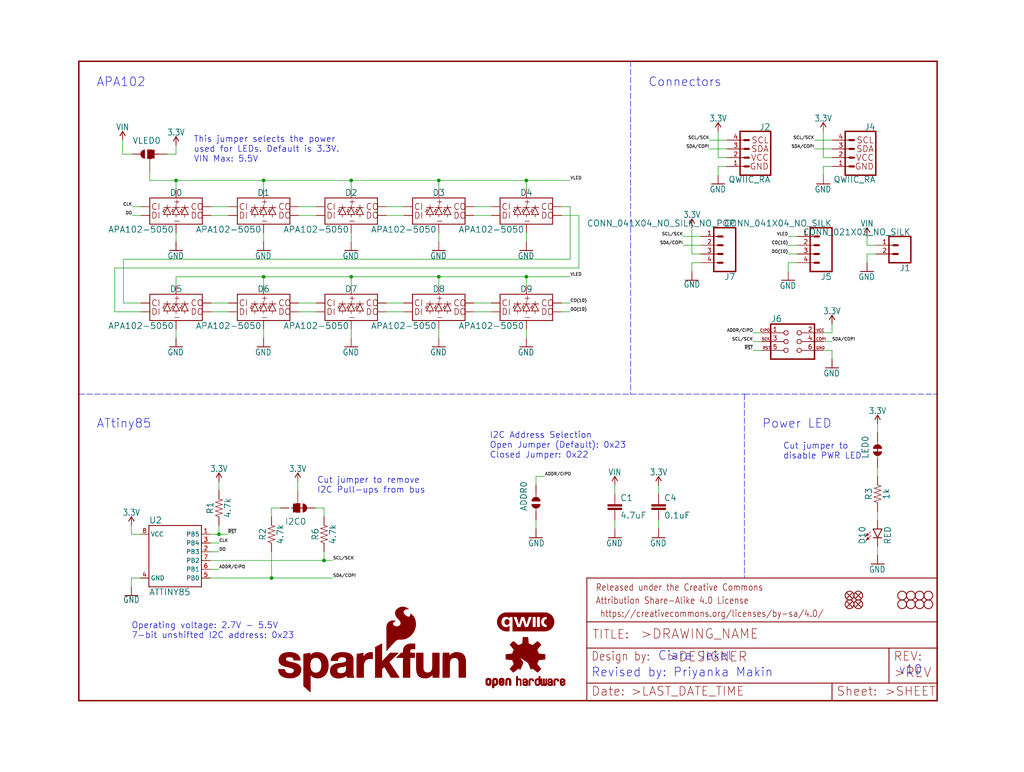
<source format=kicad_sch>
(kicad_sch (version 20211123) (generator eeschema)
  (paper "User" 297.002 223.926)
  (lib_symbols
    (symbol "schematicEagle-eagle-import:0.1UF-0603-25V-(+80{slash}-20%)"
      (property "Reference" "C" (at 1.524 2.921 0))
      (property "Value" "0.1UF-0603-25V-(+80{slash}-20%)" (at 1.524 -2.159 0))
      (symbol "0.1UF-0603-25V-(+80{slash}-20%)_1_0"
        (pin passive line (at 0 5.08 270) (length 2.54) (name "1") (number "1"))
        (pin passive line (at 0 -2.54 90) (length 2.54) (name "2") (number "2"))
      )
    )
    (symbol "schematicEagle-eagle-import:1KOHM-0603-1{slash}10W-1%"
      (property "Reference" "R" (at 0 1.524 0))
      (property "Value" "1KOHM-0603-1{slash}10W-1%" (at 0 -1.524 0))
      (symbol "1KOHM-0603-1{slash}10W-1%_1_0"
        (pin passive line (at -5.08 0 0) (length 2.54) (name "1") (number "1"))
        (pin passive line (at 5.08 0 180) (length 2.54) (name "2") (number "2"))
      )
    )
    (symbol "schematicEagle-eagle-import:3.3V" (power)
      (property "Value" "3.3V" (at 0 2.794 0))
      (symbol "3.3V_1_0"
        (pin power_in line (at 0 0 90) (length 2.54) (name "3.3V") (number "1"))
      )
    )
    (symbol "schematicEagle-eagle-import:4.7KOHM-0603-1{slash}10W-1%"
      (property "Reference" "R" (at 0 1.524 0))
      (property "Value" "4.7KOHM-0603-1{slash}10W-1%" (at 0 -1.524 0))
      (symbol "4.7KOHM-0603-1{slash}10W-1%_1_0"
        (pin passive line (at -5.08 0 0) (length 2.54) (name "1") (number "1"))
        (pin passive line (at 5.08 0 180) (length 2.54) (name "2") (number "2"))
      )
    )
    (symbol "schematicEagle-eagle-import:4.7UF-0603-6.3V-(10%)"
      (property "Reference" "C" (at 1.524 2.921 0))
      (property "Value" "4.7UF-0603-6.3V-(10%)" (at 1.524 -2.159 0))
      (symbol "4.7UF-0603-6.3V-(10%)_1_0"
        (pin passive line (at 0 5.08 270) (length 2.54) (name "1") (number "1"))
        (pin passive line (at 0 -2.54 90) (length 2.54) (name "2") (number "2"))
      )
    )
    (symbol "schematicEagle-eagle-import:APA102-5050"
      (property "Reference" "D" (at 4.826 5.334 0))
      (property "Value" "APA102-5050" (at 5.588 -4.826 0))
      (symbol "APA102-5050_1_0"
        (text "+" (at 0.254 4.064 0) (effects (font (size 1.778 1.778))))
        (text "-" (at 0.254 -1.524 0) (effects (font (size 1.778 1.778))))
        (text "CI" (at -5.842 2.54 0) (effects (font (size 1.778 1.778))))
        (text "CO" (at 6.096 2.54 0) (effects (font (size 1.778 1.778))))
        (text "DI" (at -5.842 0 0) (effects (font (size 1.778 1.778))))
        (text "DO" (at 6.096 0 0) (effects (font (size 1.778 1.778))))
        (pin bidirectional line (at -10.16 0 0) (length 2.54) (name "DI") (number "P1"))
        (pin bidirectional line (at -10.16 2.54 0) (length 2.54) (name "CI") (number "P2"))
        (pin bidirectional line (at 0 -5.08 90) (length 2.54) (name "GND") (number "P3"))
        (pin bidirectional line (at 0 7.62 270) (length 2.54) (name "VCC") (number "P4"))
        (pin bidirectional line (at 10.16 2.54 180) (length 2.54) (name "CO") (number "P5"))
        (pin bidirectional line (at 10.16 0 180) (length 2.54) (name "DO") (number "P6"))
      )
    )
    (symbol "schematicEagle-eagle-import:ATTINY85"
      (property "Reference" "U" (at -7.62 8.128 0))
      (property "Value" "ATTINY85" (at -7.62 -12.7 0))
      (symbol "ATTINY85_1_0"
        (pin bidirectional line (at 10.16 5.08 180) (length 2.54) (name "PB5") (number "1"))
        (pin bidirectional line (at 10.16 0 180) (length 2.54) (name "PB3") (number "2"))
        (pin bidirectional line (at 10.16 2.54 180) (length 2.54) (name "PB4") (number "3"))
        (pin bidirectional line (at -10.16 -7.62 0) (length 2.54) (name "GND") (number "4"))
        (pin bidirectional line (at 10.16 -7.62 180) (length 2.54) (name "PB0") (number "5"))
        (pin bidirectional line (at 10.16 -5.08 180) (length 2.54) (name "PB1") (number "6"))
        (pin bidirectional line (at 10.16 -2.54 180) (length 2.54) (name "PB2") (number "7"))
        (pin bidirectional line (at -10.16 5.08 0) (length 2.54) (name "VCC") (number "8"))
      )
    )
    (symbol "schematicEagle-eagle-import:AVR_SPI_PROG_3X2TESTPOINTS"
      (property "Reference" "J" (at -5.08 5.588 0))
      (property "Value" "AVR_SPI_PROG_3X2TESTPOINTS" (at -5.08 -7.366 0))
      (symbol "AVR_SPI_PROG_3X2TESTPOINTS_1_0"
        (text "CIPO" (at -5.207 2.794 0) (effects (font (size 0.8128 0.8128)) (justify right bottom)))
        (text "COPI" (at 8.001 0.254 0) (effects (font (size 0.8128 0.8128)) (justify left bottom)))
        (text "GND" (at 8.001 -2.286 0) (effects (font (size 0.8128 0.8128)) (justify left bottom)))
        (text "RST" (at -5.08 -2.286 0) (effects (font (size 0.8128 0.8128)) (justify right bottom)))
        (text "SCK" (at -5.207 0.254 0) (effects (font (size 0.8128 0.8128)) (justify right bottom)))
        (text "VCC" (at 8.001 2.794 0) (effects (font (size 0.8128 0.8128)) (justify left bottom)))
        (pin passive inverted (at -7.62 2.54 0) (length 7.62) (name "1") (number "1"))
        (pin passive inverted (at 10.16 2.54 180) (length 7.62) (name "2") (number "2"))
        (pin passive inverted (at -7.62 0 0) (length 7.62) (name "3") (number "3"))
        (pin passive inverted (at 10.16 0 180) (length 7.62) (name "4") (number "4"))
        (pin passive inverted (at -7.62 -2.54 0) (length 7.62) (name "5") (number "5"))
        (pin passive inverted (at 10.16 -2.54 180) (length 7.62) (name "6") (number "6"))
      )
    )
    (symbol "schematicEagle-eagle-import:CONN_021X02_NO_SILK"
      (property "Reference" "J" (at -2.54 5.588 0))
      (property "Value" "CONN_021X02_NO_SILK" (at -2.54 -4.826 0))
      (symbol "CONN_021X02_NO_SILK_1_0"
        (pin passive line (at 7.62 0 180) (length 5.08) (name "1") (number "1"))
        (pin passive line (at 7.62 2.54 180) (length 5.08) (name "2") (number "2"))
      )
    )
    (symbol "schematicEagle-eagle-import:CONN_041X04_NO_SILK"
      (property "Reference" "J" (at -5.08 8.128 0))
      (property "Value" "CONN_041X04_NO_SILK" (at -5.08 -7.366 0))
      (symbol "CONN_041X04_NO_SILK_1_0"
        (pin passive line (at 5.08 -2.54 180) (length 5.08) (name "1") (number "1"))
        (pin passive line (at 5.08 0 180) (length 5.08) (name "2") (number "2"))
        (pin passive line (at 5.08 2.54 180) (length 5.08) (name "3") (number "3"))
        (pin passive line (at 5.08 5.08 180) (length 5.08) (name "4") (number "4"))
      )
    )
    (symbol "schematicEagle-eagle-import:CONN_041X04_NO_SILK_NO_POP"
      (property "Reference" "J" (at -5.08 8.128 0))
      (property "Value" "CONN_041X04_NO_SILK_NO_POP" (at -5.08 -7.366 0))
      (symbol "CONN_041X04_NO_SILK_NO_POP_1_0"
        (pin passive line (at 5.08 -2.54 180) (length 5.08) (name "1") (number "1"))
        (pin passive line (at 5.08 0 180) (length 5.08) (name "2") (number "2"))
        (pin passive line (at 5.08 2.54 180) (length 5.08) (name "3") (number "3"))
        (pin passive line (at 5.08 5.08 180) (length 5.08) (name "4") (number "4"))
      )
    )
    (symbol "schematicEagle-eagle-import:FIDUCIALUFIDUCIAL")
    (symbol "schematicEagle-eagle-import:FRAME-LETTER"
      (symbol "FRAME-LETTER_2_0"
        (text " https://creativecommons.org/licenses/by-sa/4.0/" (at 2.54 24.13 0) (effects (font (size 1.9304 1.6408)) (justify left bottom)))
        (text ">DESIGNER" (at 23.114 11.176 0) (effects (font (size 2.7432 2.7432)) (justify left bottom)))
        (text ">DRAWING_NAME" (at 15.494 17.78 0) (effects (font (size 2.7432 2.7432)) (justify left bottom)))
        (text ">LAST_DATE_TIME" (at 12.7 1.27 0) (effects (font (size 2.54 2.54)) (justify left bottom)))
        (text ">REV" (at 88.9 6.604 0) (effects (font (size 2.7432 2.7432)) (justify left bottom)))
        (text ">SHEET" (at 86.36 1.27 0) (effects (font (size 2.54 2.54)) (justify left bottom)))
        (text "Attribution Share-Alike 4.0 License" (at 2.54 27.94 0) (effects (font (size 1.9304 1.6408)) (justify left bottom)))
        (text "Date:" (at 1.27 1.27 0) (effects (font (size 2.54 2.54)) (justify left bottom)))
        (text "Design by:" (at 1.27 11.43 0) (effects (font (size 2.54 2.159)) (justify left bottom)))
        (text "Released under the Creative Commons" (at 2.54 31.75 0) (effects (font (size 1.9304 1.6408)) (justify left bottom)))
        (text "REV:" (at 88.9 11.43 0) (effects (font (size 2.54 2.54)) (justify left bottom)))
        (text "Sheet:" (at 72.39 1.27 0) (effects (font (size 2.54 2.54)) (justify left bottom)))
        (text "TITLE:" (at 1.524 17.78 0) (effects (font (size 2.54 2.54)) (justify left bottom)))
      )
    )
    (symbol "schematicEagle-eagle-import:GND" (power)
      (property "Value" "GND" (at 0 -0.254 0))
      (symbol "GND_1_0"
        (pin power_in line (at 0 2.54 270) (length 2.54) (name "GND") (number "1"))
      )
    )
    (symbol "schematicEagle-eagle-import:JUMPER-SMT_2_NC_TRACE_SILK"
      (property "Reference" "JP" (at -2.54 2.54 0))
      (property "Value" "JUMPER-SMT_2_NC_TRACE_SILK" (at -2.54 -2.54 0))
      (symbol "JUMPER-SMT_2_NC_TRACE_SILK_1_0"
        (pin passive line (at -5.08 0 0) (length 2.54) (name "1") (number "1"))
        (pin passive line (at 5.08 0 180) (length 2.54) (name "2") (number "2"))
      )
    )
    (symbol "schematicEagle-eagle-import:JUMPER-SMT_2_NO_SILK"
      (property "Reference" "JP" (at -2.54 2.54 0))
      (property "Value" "JUMPER-SMT_2_NO_SILK" (at -2.54 -2.54 0))
      (symbol "JUMPER-SMT_2_NO_SILK_1_0"
        (pin passive line (at -5.08 0 0) (length 2.54) (name "1") (number "1"))
        (pin passive line (at 5.08 0 180) (length 2.54) (name "2") (number "2"))
      )
    )
    (symbol "schematicEagle-eagle-import:JUMPER-SMT_3_1-NC_TRACE_SILK"
      (property "Reference" "JP" (at 2.54 0.381 0))
      (property "Value" "JUMPER-SMT_3_1-NC_TRACE_SILK" (at 2.54 -0.381 0))
      (symbol "JUMPER-SMT_3_1-NC_TRACE_SILK_1_0"
        (pin passive line (at 0 5.08 270) (length 2.54) (name "1") (number "1"))
        (pin passive line (at -5.08 0 0) (length 2.54) (name "2") (number "2"))
        (pin passive line (at 0 -5.08 90) (length 2.54) (name "3") (number "3"))
      )
    )
    (symbol "schematicEagle-eagle-import:JUMPER-SMT_3_2-NC_TRACE_SILK"
      (property "Reference" "JP" (at 2.54 0.381 0))
      (property "Value" "JUMPER-SMT_3_2-NC_TRACE_SILK" (at 2.54 -0.381 0))
      (symbol "JUMPER-SMT_3_2-NC_TRACE_SILK_1_0"
        (pin passive line (at 0 5.08 270) (length 2.54) (name "1") (number "1"))
        (pin passive line (at -5.08 0 0) (length 2.54) (name "2") (number "2"))
        (pin passive line (at 0 -5.08 90) (length 2.54) (name "3") (number "3"))
      )
    )
    (symbol "schematicEagle-eagle-import:LED-RED0603"
      (property "Reference" "D" (at -3.429 -4.572 90))
      (property "Value" "LED-RED0603" (at 1.905 -4.572 90))
      (symbol "LED-RED0603_1_0"
        (pin passive line (at 0 2.54 270) (length 2.54) (name "A") (number "A"))
        (pin passive line (at 0 -5.08 90) (length 2.54) (name "C") (number "C"))
      )
    )
    (symbol "schematicEagle-eagle-import:OSHW-LOGOMINI")
    (symbol "schematicEagle-eagle-import:QWIIC_CONNECTORJS-1MM"
      (property "Reference" "J" (at -5.08 7.874 0))
      (property "Value" "QWIIC_CONNECTORJS-1MM" (at -5.08 -5.334 0))
      (symbol "QWIIC_CONNECTORJS-1MM_1_0"
        (text "GND" (at -4.572 -2.54 0) (effects (font (size 1.778 1.778)) (justify left)))
        (text "SCL" (at -4.572 5.08 0) (effects (font (size 1.778 1.778)) (justify left)))
        (text "SDA" (at -4.572 2.54 0) (effects (font (size 1.778 1.778)) (justify left)))
        (text "VCC" (at -4.572 0 0) (effects (font (size 1.778 1.778)) (justify left)))
        (pin power_in line (at 7.62 -2.54 180) (length 5.08) (name "1") (number "1"))
        (pin power_in line (at 7.62 0 180) (length 5.08) (name "2") (number "2"))
        (pin passive line (at 7.62 2.54 180) (length 5.08) (name "3") (number "3"))
        (pin passive line (at 7.62 5.08 180) (length 5.08) (name "4") (number "4"))
      )
    )
    (symbol "schematicEagle-eagle-import:QWIIC_LOGO_5MM")
    (symbol "schematicEagle-eagle-import:SFE_LOGO_FLAME.2_INCH")
    (symbol "schematicEagle-eagle-import:SFE_LOGO_NAME.2_INCH")
    (symbol "schematicEagle-eagle-import:STAND-OFF")
    (symbol "schematicEagle-eagle-import:VIN" (power)
      (property "Value" "VIN" (at 0 2.794 0))
      (symbol "VIN_1_0"
        (pin power_in line (at 0 0 90) (length 2.54) (name "VIN") (number "1"))
      )
    )
  )
  (junction (at 152.654 52.324))
  (junction (at 152.654 80.264))
  (junction (at 101.854 52.324))
  (junction (at 93.98 162.56))
  (junction (at 127.254 52.324))
  (junction (at 76.454 52.324))
  (junction (at 78.74 167.64))
  (junction (at 51.054 52.324))
  (junction (at 63.5 154.94))
  (junction (at 101.854 80.264))
  (junction (at 127.254 80.264))
  (junction (at 76.454 80.264))
  (polyline (pts (xy 215.9 114.3) (xy 271.78 114.3)))
  (wire (pts (xy 40.64 167.64) (xy 38.1 167.64)))
  (wire (pts (xy 91.694 59.944) (xy 86.614 59.944)))
  (wire (pts (xy 51.054 52.324) (xy 43.434 52.324)))
  (wire (pts (xy 200.66 76.2) (xy 200.66 78.74)))
  (wire (pts (xy 60.96 162.56) (xy 93.98 162.56)))
  (wire (pts (xy 241.3 45.72) (xy 238.76 45.72)))
  (wire (pts (xy 254.508 135.636) (xy 254.508 138.176)))
  (wire (pts (xy 200.66 73.66) (xy 200.66 66.04)))
  (wire (pts (xy 93.98 162.56) (xy 93.98 160.02)))
  (wire (pts (xy 208.28 48.26) (xy 208.28 50.8)))
  (wire (pts (xy 51.054 82.804) (xy 51.054 80.264)))
  (wire (pts (xy 117.094 87.884) (xy 112.014 87.884)))
  (wire (pts (xy 251.46 76.2) (xy 251.46 73.66)))
  (wire (pts (xy 117.094 59.944) (xy 112.014 59.944)))
  (wire (pts (xy 142.494 59.944) (xy 137.414 59.944)))
  (wire (pts (xy 178.308 150.876) (xy 178.308 153.416)))
  (wire (pts (xy 167.894 77.724) (xy 33.274 77.724)))
  (wire (pts (xy 101.854 82.804) (xy 101.854 80.264)))
  (wire (pts (xy 152.654 98.044) (xy 152.654 95.504)))
  (wire (pts (xy 228.6 78.74) (xy 228.6 76.2)))
  (wire (pts (xy 60.96 157.48) (xy 63.5 157.48)))
  (wire (pts (xy 220.98 96.52) (xy 218.44 96.52)))
  (wire (pts (xy 86.36 139.7) (xy 86.36 142.24)))
  (wire (pts (xy 254.508 122.936) (xy 254.508 125.476)))
  (wire (pts (xy 35.56 44.704) (xy 35.56 40.64)))
  (wire (pts (xy 191.008 150.876) (xy 191.008 153.416)))
  (wire (pts (xy 241.3 93.98) (xy 241.3 96.52)))
  (wire (pts (xy 142.494 90.424) (xy 137.414 90.424)))
  (wire (pts (xy 162.814 90.424) (xy 165.354 90.424)))
  (wire (pts (xy 162.814 59.944) (xy 165.354 59.944)))
  (wire (pts (xy 38.1 154.94) (xy 38.1 152.4)))
  (wire (pts (xy 60.96 167.64) (xy 78.74 167.64)))
  (wire (pts (xy 33.274 77.724) (xy 33.274 90.424)))
  (wire (pts (xy 152.654 80.264) (xy 165.354 80.264)))
  (wire (pts (xy 167.894 62.484) (xy 167.894 77.724)))
  (wire (pts (xy 251.46 71.12) (xy 251.46 68.58)))
  (wire (pts (xy 101.854 98.044) (xy 101.854 95.504)))
  (wire (pts (xy 152.654 70.104) (xy 152.654 67.564)))
  (wire (pts (xy 165.354 59.944) (xy 165.354 75.184)))
  (wire (pts (xy 33.274 90.424) (xy 40.894 90.424)))
  (wire (pts (xy 210.82 48.26) (xy 208.28 48.26)))
  (wire (pts (xy 117.094 62.484) (xy 112.014 62.484)))
  (wire (pts (xy 127.254 70.104) (xy 127.254 67.564)))
  (wire (pts (xy 127.254 82.804) (xy 127.254 80.264)))
  (wire (pts (xy 127.254 52.324) (xy 101.854 52.324)))
  (wire (pts (xy 241.3 40.64) (xy 236.22 40.64)))
  (wire (pts (xy 238.76 96.52) (xy 241.3 96.52)))
  (wire (pts (xy 38.1 167.64) (xy 38.1 170.18)))
  (wire (pts (xy 60.96 154.94) (xy 63.5 154.94)))
  (wire (pts (xy 238.76 99.06) (xy 241.3 99.06)))
  (wire (pts (xy 228.6 76.2) (xy 231.14 76.2)))
  (wire (pts (xy 162.814 87.884) (xy 165.354 87.884)))
  (wire (pts (xy 137.414 87.884) (xy 142.494 87.884)))
  (wire (pts (xy 78.74 147.32) (xy 78.74 149.86)))
  (wire (pts (xy 40.64 154.94) (xy 38.1 154.94)))
  (wire (pts (xy 165.354 75.184) (xy 35.814 75.184)))
  (wire (pts (xy 241.3 101.6) (xy 241.3 104.14)))
  (wire (pts (xy 91.694 90.424) (xy 86.614 90.424)))
  (wire (pts (xy 238.76 101.6) (xy 241.3 101.6)))
  (wire (pts (xy 76.454 52.324) (xy 101.854 52.324)))
  (wire (pts (xy 231.14 71.12) (xy 228.6 71.12)))
  (wire (pts (xy 76.454 80.264) (xy 101.854 80.264)))
  (wire (pts (xy 40.894 62.484) (xy 38.354 62.484)))
  (polyline (pts (xy 215.9 114.3) (xy 215.9 167.64)))
  (wire (pts (xy 208.28 45.72) (xy 208.28 38.1)))
  (wire (pts (xy 203.2 71.12) (xy 198.12 71.12)))
  (wire (pts (xy 203.2 76.2) (xy 200.66 76.2)))
  (wire (pts (xy 81.28 147.32) (xy 78.74 147.32)))
  (wire (pts (xy 101.854 70.104) (xy 101.854 67.564)))
  (wire (pts (xy 127.254 80.264) (xy 152.654 80.264)))
  (polyline (pts (xy 182.88 17.78) (xy 182.88 114.3)))
  (wire (pts (xy 76.454 82.804) (xy 76.454 80.264)))
  (wire (pts (xy 155.448 140.716) (xy 155.448 138.176)))
  (wire (pts (xy 152.654 54.864) (xy 152.654 52.324)))
  (wire (pts (xy 76.454 54.864) (xy 76.454 52.324)))
  (wire (pts (xy 63.5 154.94) (xy 66.04 154.94)))
  (wire (pts (xy 78.74 167.64) (xy 96.52 167.64)))
  (wire (pts (xy 155.448 153.416) (xy 155.448 150.876)))
  (wire (pts (xy 162.814 62.484) (xy 167.894 62.484)))
  (polyline (pts (xy 22.86 114.3) (xy 182.88 114.3)))
  (wire (pts (xy 254.508 161.036) (xy 254.508 158.496)))
  (wire (pts (xy 101.854 80.264) (xy 127.254 80.264)))
  (wire (pts (xy 152.654 52.324) (xy 127.254 52.324)))
  (wire (pts (xy 60.96 160.02) (xy 63.5 160.02)))
  (wire (pts (xy 220.98 99.06) (xy 218.44 99.06)))
  (wire (pts (xy 51.054 52.324) (xy 76.454 52.324)))
  (wire (pts (xy 203.2 73.66) (xy 200.66 73.66)))
  (wire (pts (xy 35.814 87.884) (xy 40.894 87.884)))
  (wire (pts (xy 165.354 52.324) (xy 152.654 52.324)))
  (wire (pts (xy 76.454 70.104) (xy 76.454 67.564)))
  (wire (pts (xy 178.308 140.716) (xy 178.308 143.256)))
  (wire (pts (xy 51.054 80.264) (xy 76.454 80.264)))
  (polyline (pts (xy 182.88 114.3) (xy 215.9 114.3)))
  (wire (pts (xy 51.054 44.704) (xy 51.054 42.164)))
  (wire (pts (xy 231.14 68.58) (xy 228.6 68.58)))
  (wire (pts (xy 51.054 70.104) (xy 51.054 67.564)))
  (wire (pts (xy 152.654 82.804) (xy 152.654 80.264)))
  (wire (pts (xy 241.3 48.26) (xy 238.76 48.26)))
  (wire (pts (xy 254 71.12) (xy 251.46 71.12)))
  (wire (pts (xy 40.894 59.944) (xy 38.354 59.944)))
  (wire (pts (xy 35.814 75.184) (xy 35.814 87.884)))
  (wire (pts (xy 51.054 54.864) (xy 51.054 52.324)))
  (wire (pts (xy 91.44 147.32) (xy 93.98 147.32)))
  (wire (pts (xy 93.98 162.56) (xy 96.52 162.56)))
  (wire (pts (xy 254.508 150.876) (xy 254.508 148.336)))
  (wire (pts (xy 66.294 62.484) (xy 61.214 62.484)))
  (wire (pts (xy 238.76 48.26) (xy 238.76 50.8)))
  (wire (pts (xy 155.448 138.176) (xy 157.988 138.176)))
  (wire (pts (xy 43.434 52.324) (xy 43.434 49.784)))
  (wire (pts (xy 220.98 101.6) (xy 218.44 101.6)))
  (wire (pts (xy 66.294 87.884) (xy 61.214 87.884)))
  (wire (pts (xy 101.854 54.864) (xy 101.854 52.324)))
  (wire (pts (xy 241.3 43.18) (xy 236.22 43.18)))
  (wire (pts (xy 210.82 45.72) (xy 208.28 45.72)))
  (wire (pts (xy 142.494 62.484) (xy 137.414 62.484)))
  (wire (pts (xy 251.46 73.66) (xy 254 73.66)))
  (wire (pts (xy 63.5 154.94) (xy 63.5 152.4)))
  (wire (pts (xy 127.254 54.864) (xy 127.254 52.324)))
  (wire (pts (xy 78.74 160.02) (xy 78.74 167.64)))
  (wire (pts (xy 76.454 98.044) (xy 76.454 95.504)))
  (wire (pts (xy 51.054 98.044) (xy 51.054 95.504)))
  (wire (pts (xy 38.354 44.704) (xy 35.56 44.704)))
  (wire (pts (xy 210.82 40.64) (xy 205.74 40.64)))
  (wire (pts (xy 238.76 45.72) (xy 238.76 38.1)))
  (wire (pts (xy 63.5 139.7) (xy 63.5 142.24)))
  (wire (pts (xy 66.294 59.944) (xy 61.214 59.944)))
  (wire (pts (xy 48.514 44.704) (xy 51.054 44.704)))
  (wire (pts (xy 203.2 68.58) (xy 198.12 68.58)))
  (wire (pts (xy 127.254 98.044) (xy 127.254 95.504)))
  (wire (pts (xy 86.614 87.884) (xy 91.694 87.884)))
  (wire (pts (xy 66.294 90.424) (xy 61.214 90.424)))
  (wire (pts (xy 60.96 165.1) (xy 63.5 165.1)))
  (wire (pts (xy 91.694 62.484) (xy 86.614 62.484)))
  (wire (pts (xy 112.014 90.424) (xy 117.094 90.424)))
  (wire (pts (xy 93.98 147.32) (xy 93.98 149.86)))
  (wire (pts (xy 210.82 43.18) (xy 205.74 43.18)))
  (wire (pts (xy 231.14 73.66) (xy 228.6 73.66)))
  (wire (pts (xy 191.008 143.256) (xy 191.008 140.716)))
  (text "Operating voltage: 2.7V - 5.5V\n7-bit unshifted I2C address: 0x23" (at 38.1 185.42 0) (effects (font (size 1.778 1.778)) (justify left bottom)))
  (text "Cut jumper to\ndisable PWR LED" (at 227.076 133.35 180) (effects (font (size 1.778 1.778)) (justify left bottom)))
  (text "Cut jumper to remove\nI2C Pull-ups from bus" (at 91.948 143.256 180) (effects (font (size 1.778 1.778)) (justify left bottom)))
  (text "APA102" (at 27.94 25.4 180) (effects (font (size 2.54 2.54)) (justify left bottom)))
  (text "Connectors" (at 187.96 25.4 180) (effects (font (size 2.54 2.54)) (justify left bottom)))
  (text "v10" (at 260.604 195.834 180) (effects (font (size 2.54 2.54)) (justify left bottom)))
  (text "Power LED" (at 220.98 124.46 180) (effects (font (size 2.54 2.54)) (justify left bottom)))
  (text "I2C Address Selection\nOpen Jumper (Default): 0x23\nClosed Jumper: 0x22" (at 141.986 133.096 0) (effects (font (size 1.778 1.778)) (justify left bottom)))
  (text "Revised by: Priyanka Makin" (at 171.45 196.596 180) (effects (font (size 2.54 2.54)) (justify left bottom)))
  (text "ATtiny85" (at 27.94 124.46 180) (effects (font (size 2.54 2.54)) (justify left bottom)))
  (text "This jumper selects the power\nused for LEDs. Default is 3.3V.\nVIN Max: 5.5V" (at 56.134 47.244 0) (effects (font (size 1.778 1.778)) (justify left bottom)))
  (text "Ciara Jekel" (at 190.754 191.77 180) (effects (font (size 2.54 2.54)) (justify left bottom)))
  (label "~{RST}" (at 218.44 101.6 180) (effects (font (size 0.889 0.889))))
  (label "SDA/COPI" (at 96.52 167.64 0) (effects (font (size 0.889 0.889))))
  (label "SCL/SCK" (at 96.52 162.56 0) (effects (font (size 0.889 0.889))))
  (label "DO(10)" (at 228.6 73.66 180) (effects (font (size 0.889 0.889))))
  (label "CO(10)" (at 165.354 87.884 0) (effects (font (size 0.889 0.889))))
  (label "SCL/SCK" (at 236.22 40.64 180) (effects (font (size 0.889 0.889))))
  (label "VLED" (at 165.354 52.324 0) (effects (font (size 0.889 0.889))))
  (label "ADDR/CIPO" (at 157.988 138.176 0) (effects (font (size 0.889 0.889))))
  (label "CLK" (at 63.5 157.48 0) (effects (font (size 0.889 0.889))))
  (label "SCL/SCK" (at 198.12 68.58 180) (effects (font (size 0.889 0.889))))
  (label "DO" (at 63.5 160.02 0) (effects (font (size 0.889 0.889))))
  (label "SDA/COPI" (at 198.12 71.12 180) (effects (font (size 0.889 0.889))))
  (label "SDA/COPI" (at 205.74 43.18 180) (effects (font (size 0.889 0.889))))
  (label "SCL/SCK" (at 205.74 40.64 180) (effects (font (size 0.889 0.889))))
  (label "DO" (at 38.354 62.484 180) (effects (font (size 0.889 0.889))))
  (label "ADDR/CIPO" (at 218.44 96.52 180) (effects (font (size 0.889 0.889))))
  (label "CLK" (at 38.354 59.944 180) (effects (font (size 0.889 0.889))))
  (label "DO(10)" (at 165.354 90.424 0) (effects (font (size 0.889 0.889))))
  (label "VLED" (at 165.354 80.264 0) (effects (font (size 0.889 0.889))))
  (label "CO(10)" (at 228.6 71.12 180) (effects (font (size 0.889 0.889))))
  (label "SDA/COPI" (at 236.22 43.18 180) (effects (font (size 0.889 0.889))))
  (label "VLED" (at 228.6 68.58 180) (effects (font (size 0.889 0.889))))
  (label "~{RST}" (at 66.04 154.94 0) (effects (font (size 0.889 0.889))))
  (label "SDA/COPI" (at 241.3 99.06 0) (effects (font (size 0.889 0.889))))
  (label "ADDR/CIPO" (at 63.5 165.1 0) (effects (font (size 0.889 0.889))))
  (label "SCL/SCK" (at 218.44 99.06 180) (effects (font (size 0.889 0.889))))
  (symbol (lib_id "schematicEagle-eagle-import:GND") (at 127.254 100.584 0) (unit 1)
    (property "Reference" "#GND22" (effects hide))
    (property "Value" "GND" (at 124.714 103.124 0) (effects (font (size 1.778 1.5113)) (justify left bottom)))
    (property "Footprint" "schematicEagle:" (effects hide))
  )
  (symbol (lib_id "schematicEagle-eagle-import:GND") (at 51.054 72.644 0) (unit 1)
    (property "Reference" "#GND14" (effects hide))
    (property "Value" "GND" (at 48.514 75.184 0) (effects (font (size 1.778 1.5113)) (justify left bottom)))
    (property "Footprint" "schematicEagle:" (effects hide))
  )
  (symbol (lib_id "schematicEagle-eagle-import:GND") (at 254.508 163.576 0) (unit 1)
    (property "Reference" "#GND3" (effects hide))
    (property "Value" "GND" (at 251.968 166.116 0) (effects (font (size 1.778 1.5113)) (justify left bottom)))
    (property "Footprint" "schematicEagle:" (effects hide))
  )
  (symbol (lib_id "schematicEagle-eagle-import:STAND-OFF") (at 264.16 175.26 0) (unit 1)
    (property "Reference" "H2" (effects hide))
    (property "Value" "STAND-OFF" (effects hide))
    (property "Footprint" "schematicEagle:STAND-OFF" (effects hide))
  )
  (symbol (lib_id "schematicEagle-eagle-import:JUMPER-SMT_2_NO_SILK") (at 155.448 145.796 90) (unit 1)
    (property "Reference" "ADDR0" (at 152.908 148.336 0) (effects (font (size 1.778 1.778)) (justify left bottom)))
    (property "Value" "JUMPER-SMT_2_NO_SILK" (effects hide))
    (property "Footprint" "schematicEagle:SMT-JUMPER_2_NO_SILK" (effects hide))
  )
  (symbol (lib_id "schematicEagle-eagle-import:GND") (at 38.1 172.72 0) (unit 1)
    (property "Reference" "#GND5" (effects hide))
    (property "Value" "GND" (at 38.1 172.974 0) (effects (font (size 1.778 1.5113)) (justify top)))
    (property "Footprint" "schematicEagle:" (effects hide))
  )
  (symbol (lib_id "schematicEagle-eagle-import:4.7KOHM-0603-1{slash}10W-1%") (at 63.5 147.32 90) (unit 1)
    (property "Reference" "R1" (at 61.976 147.32 0) (effects (font (size 1.778 1.778)) (justify bottom)))
    (property "Value" "4.7k" (at 65.024 147.32 0) (effects (font (size 1.778 1.778)) (justify top)))
    (property "Footprint" "schematicEagle:0603" (effects hide))
  )
  (symbol (lib_id "schematicEagle-eagle-import:4.7UF-0603-6.3V-(10%)") (at 178.308 148.336 0) (unit 1)
    (property "Reference" "C1" (at 179.832 145.415 0) (effects (font (size 1.778 1.778)) (justify left bottom)))
    (property "Value" "4.7uF" (at 179.832 150.495 0) (effects (font (size 1.778 1.778)) (justify left bottom)))
    (property "Footprint" "schematicEagle:0603" (effects hide))
  )
  (symbol (lib_id "schematicEagle-eagle-import:GND") (at 200.66 81.28 0) (unit 1)
    (property "Reference" "#GND12" (effects hide))
    (property "Value" "GND" (at 200.66 81.534 0) (effects (font (size 1.778 1.5113)) (justify top)))
    (property "Footprint" "schematicEagle:" (effects hide))
  )
  (symbol (lib_id "schematicEagle-eagle-import:QWIIC_CONNECTORJS-1MM") (at 218.44 45.72 0) (mirror y) (unit 1)
    (property "Reference" "J2" (at 223.52 37.846 0) (effects (font (size 1.778 1.778)) (justify left bottom)))
    (property "Value" "QWIIC_RA" (at 223.52 51.054 0) (effects (font (size 1.778 1.778)) (justify left top)))
    (property "Footprint" "schematicEagle:JST04_1MM_RA" (effects hide))
  )
  (symbol (lib_id "schematicEagle-eagle-import:APA102-5050") (at 76.454 62.484 0) (unit 1)
    (property "Reference" "D1" (at 76.454 56.896 0) (effects (font (size 1.778 1.778)) (justify bottom)))
    (property "Value" "APA102-5050" (at 66.294 67.564 0) (effects (font (size 1.778 1.778)) (justify bottom)))
    (property "Footprint" "schematicEagle:APA102-5050" (effects hide))
  )
  (symbol (lib_id "schematicEagle-eagle-import:3.3V") (at 241.3 93.98 0) (unit 1)
    (property "Reference" "#SUPPLY3" (effects hide))
    (property "Value" "3.3V" (at 241.3 91.186 0) (effects (font (size 1.778 1.5113)) (justify bottom)))
    (property "Footprint" "schematicEagle:" (effects hide))
  )
  (symbol (lib_id "schematicEagle-eagle-import:VIN") (at 178.308 140.716 0) (unit 1)
    (property "Reference" "#SUPPLY6" (effects hide))
    (property "Value" "VIN" (at 178.308 137.922 0) (effects (font (size 1.778 1.5113)) (justify bottom)))
    (property "Footprint" "schematicEagle:" (effects hide))
  )
  (symbol (lib_id "schematicEagle-eagle-import:GND") (at 191.008 155.956 0) (unit 1)
    (property "Reference" "#GND4" (effects hide))
    (property "Value" "GND" (at 188.468 158.496 0) (effects (font (size 1.778 1.5113)) (justify left bottom)))
    (property "Footprint" "schematicEagle:" (effects hide))
  )
  (symbol (lib_id "schematicEagle-eagle-import:APA102-5050") (at 127.254 62.484 0) (unit 1)
    (property "Reference" "D3" (at 127.254 56.896 0) (effects (font (size 1.778 1.778)) (justify bottom)))
    (property "Value" "APA102-5050" (at 117.094 67.564 0) (effects (font (size 1.778 1.778)) (justify bottom)))
    (property "Footprint" "schematicEagle:APA102-5050" (effects hide))
  )
  (symbol (lib_id "schematicEagle-eagle-import:GND") (at 155.448 155.956 0) (mirror y) (unit 1)
    (property "Reference" "#GND9" (effects hide))
    (property "Value" "GND" (at 157.988 158.496 0) (effects (font (size 1.778 1.5113)) (justify left bottom)))
    (property "Footprint" "schematicEagle:" (effects hide))
  )
  (symbol (lib_id "schematicEagle-eagle-import:STAND-OFF") (at 261.62 172.72 0) (unit 1)
    (property "Reference" "H3" (effects hide))
    (property "Value" "STAND-OFF" (effects hide))
    (property "Footprint" "schematicEagle:STAND-OFF" (effects hide))
  )
  (symbol (lib_id "schematicEagle-eagle-import:FIDUCIALUFIDUCIAL") (at 248.92 172.72 0) (unit 1)
    (property "Reference" "JP6" (effects hide))
    (property "Value" "FIDUCIALUFIDUCIAL" (effects hide))
    (property "Footprint" "schematicEagle:FIDUCIAL-MICRO" (effects hide))
  )
  (symbol (lib_id "schematicEagle-eagle-import:3.3V") (at 208.28 38.1 0) (unit 1)
    (property "Reference" "#SUPPLY4" (effects hide))
    (property "Value" "3.3V" (at 208.28 35.306 0) (effects (font (size 1.778 1.5113)) (justify bottom)))
    (property "Footprint" "schematicEagle:" (effects hide))
  )
  (symbol (lib_id "schematicEagle-eagle-import:3.3V") (at 238.76 38.1 0) (unit 1)
    (property "Reference" "#SUPPLY8" (effects hide))
    (property "Value" "3.3V" (at 238.76 35.306 0) (effects (font (size 1.778 1.5113)) (justify bottom)))
    (property "Footprint" "schematicEagle:" (effects hide))
  )
  (symbol (lib_id "schematicEagle-eagle-import:VIN") (at 35.56 40.64 0) (unit 1)
    (property "Reference" "#SUPPLY2" (effects hide))
    (property "Value" "VIN" (at 35.56 37.846 0) (effects (font (size 1.778 1.5113)) (justify bottom)))
    (property "Footprint" "schematicEagle:" (effects hide))
  )
  (symbol (lib_id "schematicEagle-eagle-import:3.3V") (at 51.054 42.164 0) (unit 1)
    (property "Reference" "#SUPPLY18" (effects hide))
    (property "Value" "3.3V" (at 51.054 39.37 0) (effects (font (size 1.778 1.5113)) (justify bottom)))
    (property "Footprint" "schematicEagle:" (effects hide))
  )
  (symbol (lib_id "schematicEagle-eagle-import:GND") (at 208.28 53.34 0) (unit 1)
    (property "Reference" "#GND6" (effects hide))
    (property "Value" "GND" (at 205.74 55.88 0) (effects (font (size 1.778 1.5113)) (justify left bottom)))
    (property "Footprint" "schematicEagle:" (effects hide))
  )
  (symbol (lib_id "schematicEagle-eagle-import:CONN_041X04_NO_SILK") (at 236.22 71.12 180) (unit 1)
    (property "Reference" "J5" (at 241.3 79.248 0) (effects (font (size 1.778 1.778)) (justify left bottom)))
    (property "Value" "CONN_041X04_NO_SILK" (at 241.3 63.754 0) (effects (font (size 1.778 1.778)) (justify left bottom)))
    (property "Footprint" "schematicEagle:1X04_NO_SILK" (effects hide))
  )
  (symbol (lib_id "schematicEagle-eagle-import:GND") (at 152.654 100.584 0) (unit 1)
    (property "Reference" "#GND23" (effects hide))
    (property "Value" "GND" (at 150.114 103.124 0) (effects (font (size 1.778 1.5113)) (justify left bottom)))
    (property "Footprint" "schematicEagle:" (effects hide))
  )
  (symbol (lib_id "schematicEagle-eagle-import:CONN_021X02_NO_SILK") (at 261.62 71.12 180) (unit 1)
    (property "Reference" "J1" (at 264.16 76.708 0) (effects (font (size 1.778 1.778)) (justify left bottom)))
    (property "Value" "CONN_021X02_NO_SILK" (at 264.16 66.294 0) (effects (font (size 1.778 1.778)) (justify left bottom)))
    (property "Footprint" "schematicEagle:1X02_NO_SILK" (effects hide))
  )
  (symbol (lib_id "schematicEagle-eagle-import:APA102-5050") (at 101.854 62.484 0) (unit 1)
    (property "Reference" "D2" (at 101.854 56.896 0) (effects (font (size 1.778 1.778)) (justify bottom)))
    (property "Value" "APA102-5050" (at 91.694 67.564 0) (effects (font (size 1.778 1.778)) (justify bottom)))
    (property "Footprint" "schematicEagle:APA102-5050" (effects hide))
  )
  (symbol (lib_id "schematicEagle-eagle-import:SFE_LOGO_NAME.2_INCH") (at 78.74 200.66 0) (unit 1)
    (property "Reference" "LOGO2" (effects hide))
    (property "Value" "SFE_LOGO_NAME.2_INCH" (effects hide))
    (property "Footprint" "schematicEagle:SFE_LOGO_NAME_.2" (effects hide))
  )
  (symbol (lib_id "schematicEagle-eagle-import:FRAME-LETTER") (at 170.18 203.2 0) (unit 2)
    (property "Reference" "FRAME1" (effects hide))
    (property "Value" "FRAME-LETTER" (effects hide))
    (property "Footprint" "schematicEagle:CREATIVE_COMMONS" (effects hide))
  )
  (symbol (lib_id "schematicEagle-eagle-import:GND") (at 228.6 81.28 0) (unit 1)
    (property "Reference" "#GND10" (effects hide))
    (property "Value" "GND" (at 226.06 83.82 0) (effects (font (size 1.778 1.5113)) (justify left bottom)))
    (property "Footprint" "schematicEagle:" (effects hide))
  )
  (symbol (lib_id "schematicEagle-eagle-import:3.3V") (at 86.36 139.7 0) (unit 1)
    (property "Reference" "#SUPPLY9" (effects hide))
    (property "Value" "3.3V" (at 86.36 136.906 0) (effects (font (size 1.778 1.5113)) (justify bottom)))
    (property "Footprint" "schematicEagle:" (effects hide))
  )
  (symbol (lib_id "schematicEagle-eagle-import:FIDUCIALUFIDUCIAL") (at 246.38 172.72 0) (unit 1)
    (property "Reference" "JP2" (effects hide))
    (property "Value" "FIDUCIALUFIDUCIAL" (effects hide))
    (property "Footprint" "schematicEagle:FIDUCIAL-MICRO" (effects hide))
  )
  (symbol (lib_id "schematicEagle-eagle-import:APA102-5050") (at 127.254 90.424 0) (unit 1)
    (property "Reference" "D8" (at 127.254 84.836 0) (effects (font (size 1.778 1.778)) (justify bottom)))
    (property "Value" "APA102-5050" (at 117.094 95.504 0) (effects (font (size 1.778 1.778)) (justify bottom)))
    (property "Footprint" "schematicEagle:APA102-5050" (effects hide))
  )
  (symbol (lib_id "schematicEagle-eagle-import:APA102-5050") (at 152.654 90.424 0) (unit 1)
    (property "Reference" "D9" (at 152.654 84.836 0) (effects (font (size 1.778 1.778)) (justify bottom)))
    (property "Value" "APA102-5050" (at 142.494 95.504 0) (effects (font (size 1.778 1.778)) (justify bottom)))
    (property "Footprint" "schematicEagle:APA102-5050" (effects hide))
  )
  (symbol (lib_id "schematicEagle-eagle-import:QWIIC_CONNECTORJS-1MM") (at 248.92 45.72 0) (mirror y) (unit 1)
    (property "Reference" "J4" (at 254 37.846 0) (effects (font (size 1.778 1.778)) (justify left bottom)))
    (property "Value" "QWIIC_RA" (at 254 51.054 0) (effects (font (size 1.778 1.778)) (justify left top)))
    (property "Footprint" "schematicEagle:JST04_1MM_RA" (effects hide))
  )
  (symbol (lib_id "schematicEagle-eagle-import:CONN_041X04_NO_SILK_NO_POP") (at 208.28 71.12 180) (unit 1)
    (property "Reference" "J7" (at 213.36 79.248 0) (effects (font (size 1.778 1.778)) (justify left bottom)))
    (property "Value" "CONN_041X04_NO_SILK_NO_POP" (at 213.36 63.754 0) (effects (font (size 1.778 1.778)) (justify left bottom)))
    (property "Footprint" "schematicEagle:1X04_NO_SILK" (effects hide))
  )
  (symbol (lib_id "schematicEagle-eagle-import:FIDUCIALUFIDUCIAL") (at 248.92 175.26 0) (unit 1)
    (property "Reference" "JP1" (effects hide))
    (property "Value" "FIDUCIALUFIDUCIAL" (effects hide))
    (property "Footprint" "schematicEagle:FIDUCIAL-MICRO" (effects hide))
  )
  (symbol (lib_id "schematicEagle-eagle-import:3.3V") (at 191.008 140.716 0) (unit 1)
    (property "Reference" "#SUPPLY5" (effects hide))
    (property "Value" "3.3V" (at 191.008 137.922 0) (effects (font (size 1.778 1.5113)) (justify bottom)))
    (property "Footprint" "schematicEagle:" (effects hide))
  )
  (symbol (lib_id "schematicEagle-eagle-import:GND") (at 152.654 72.644 0) (unit 1)
    (property "Reference" "#GND18" (effects hide))
    (property "Value" "GND" (at 150.114 75.184 0) (effects (font (size 1.778 1.5113)) (justify left bottom)))
    (property "Footprint" "schematicEagle:" (effects hide))
  )
  (symbol (lib_id "schematicEagle-eagle-import:SFE_LOGO_FLAME.2_INCH") (at 111.76 189.23 0) (unit 1)
    (property "Reference" "LOGO4" (effects hide))
    (property "Value" "SFE_LOGO_FLAME.2_INCH" (effects hide))
    (property "Footprint" "schematicEagle:SFE_LOGO_FLAME_.2" (effects hide))
  )
  (symbol (lib_id "schematicEagle-eagle-import:GND") (at 76.454 100.584 0) (unit 1)
    (property "Reference" "#GND20" (effects hide))
    (property "Value" "GND" (at 73.914 103.124 0) (effects (font (size 1.778 1.5113)) (justify left bottom)))
    (property "Footprint" "schematicEagle:" (effects hide))
  )
  (symbol (lib_id "schematicEagle-eagle-import:GND") (at 241.3 106.68 0) (unit 1)
    (property "Reference" "#GND2" (effects hide))
    (property "Value" "GND" (at 238.76 109.22 0) (effects (font (size 1.778 1.5113)) (justify left bottom)))
    (property "Footprint" "schematicEagle:" (effects hide))
  )
  (symbol (lib_id "schematicEagle-eagle-import:JUMPER-SMT_3_2-NC_TRACE_SILK") (at 86.36 147.32 270) (unit 1)
    (property "Reference" "I2C0" (at 88.9 150.241 90) (effects (font (size 1.778 1.778)) (justify right top)))
    (property "Value" "JUMPER-SMT_3_2-NC_TRACE_SILK" (effects hide))
    (property "Footprint" "schematicEagle:SMT-JUMPER_3_2-NC_TRACE_SILK" (effects hide))
  )
  (symbol (lib_id "schematicEagle-eagle-import:STAND-OFF") (at 269.24 175.26 0) (unit 1)
    (property "Reference" "JP4" (effects hide))
    (property "Value" "STAND-OFF" (effects hide))
    (property "Footprint" "schematicEagle:STAND-OFF" (effects hide))
  )
  (symbol (lib_id "schematicEagle-eagle-import:JUMPER-SMT_2_NC_TRACE_SILK") (at 254.508 130.556 90) (unit 1)
    (property "Reference" "LED0" (at 251.968 133.096 0) (effects (font (size 1.778 1.778)) (justify left bottom)))
    (property "Value" "JUMPER-SMT_2_NC_TRACE_SILK" (effects hide))
    (property "Footprint" "schematicEagle:SMT-JUMPER_2_NC_TRACE_SILK" (effects hide))
  )
  (symbol (lib_id "schematicEagle-eagle-import:APA102-5050") (at 51.054 90.424 0) (unit 1)
    (property "Reference" "D5" (at 51.054 84.836 0) (effects (font (size 1.778 1.778)) (justify bottom)))
    (property "Value" "APA102-5050" (at 40.894 95.504 0) (effects (font (size 1.778 1.778)) (justify bottom)))
    (property "Footprint" "schematicEagle:APA102-5050" (effects hide))
  )
  (symbol (lib_id "schematicEagle-eagle-import:FIDUCIALUFIDUCIAL") (at 246.38 175.26 0) (unit 1)
    (property "Reference" "JP5" (effects hide))
    (property "Value" "FIDUCIALUFIDUCIAL" (effects hide))
    (property "Footprint" "schematicEagle:FIDUCIAL-MICRO" (effects hide))
  )
  (symbol (lib_id "schematicEagle-eagle-import:3.3V") (at 254.508 122.936 0) (unit 1)
    (property "Reference" "#SUPPLY10" (effects hide))
    (property "Value" "3.3V" (at 254.508 120.142 0) (effects (font (size 1.778 1.5113)) (justify bottom)))
    (property "Footprint" "schematicEagle:" (effects hide))
  )
  (symbol (lib_id "schematicEagle-eagle-import:GND") (at 101.854 100.584 0) (unit 1)
    (property "Reference" "#GND21" (effects hide))
    (property "Value" "GND" (at 99.314 103.124 0) (effects (font (size 1.778 1.5113)) (justify left bottom)))
    (property "Footprint" "schematicEagle:" (effects hide))
  )
  (symbol (lib_id "schematicEagle-eagle-import:4.7KOHM-0603-1{slash}10W-1%") (at 78.74 154.94 90) (unit 1)
    (property "Reference" "R2" (at 77.216 154.94 0) (effects (font (size 1.778 1.778)) (justify bottom)))
    (property "Value" "4.7k" (at 80.264 154.94 0) (effects (font (size 1.778 1.778)) (justify top)))
    (property "Footprint" "schematicEagle:0603" (effects hide))
  )
  (symbol (lib_id "schematicEagle-eagle-import:VIN") (at 251.46 68.58 0) (unit 1)
    (property "Reference" "#SUPPLY7" (effects hide))
    (property "Value" "VIN" (at 251.46 65.786 0) (effects (font (size 1.778 1.5113)) (justify bottom)))
    (property "Footprint" "schematicEagle:" (effects hide))
  )
  (symbol (lib_id "schematicEagle-eagle-import:APA102-5050") (at 152.654 62.484 0) (unit 1)
    (property "Reference" "D4" (at 152.654 56.896 0) (effects (font (size 1.778 1.778)) (justify bottom)))
    (property "Value" "APA102-5050" (at 142.494 67.564 0) (effects (font (size 1.778 1.778)) (justify bottom)))
    (property "Footprint" "schematicEagle:APA102-5050" (effects hide))
  )
  (symbol (lib_id "schematicEagle-eagle-import:SFE_LOGO_NAME.2_INCH") (at 78.74 200.66 0) (unit 1)
    (property "Reference" "LOGO5" (effects hide))
    (property "Value" "SFE_LOGO_NAME.2_INCH" (effects hide))
    (property "Footprint" "schematicEagle:SFE_LOGO_NAME_.2" (effects hide))
  )
  (symbol (lib_id "schematicEagle-eagle-import:STAND-OFF") (at 261.62 175.26 0) (unit 1)
    (property "Reference" "H4" (effects hide))
    (property "Value" "STAND-OFF" (effects hide))
    (property "Footprint" "schematicEagle:STAND-OFF" (effects hide))
  )
  (symbol (lib_id "schematicEagle-eagle-import:QWIIC_LOGO_5MM") (at 152.4 180.34 0) (unit 1)
    (property "Reference" "LOGO3" (effects hide))
    (property "Value" "QWIIC_LOGO_5MM" (effects hide))
    (property "Footprint" "schematicEagle:QWIIC_5MM" (effects hide))
  )
  (symbol (lib_id "schematicEagle-eagle-import:FRAME-LETTER") (at 22.86 203.2 0) (unit 1)
    (property "Reference" "FRAME1" (effects hide))
    (property "Value" "FRAME-LETTER" (effects hide))
    (property "Footprint" "schematicEagle:CREATIVE_COMMONS" (effects hide))
  )
  (symbol (lib_id "schematicEagle-eagle-import:GND") (at 127.254 72.644 0) (unit 1)
    (property "Reference" "#GND17" (effects hide))
    (property "Value" "GND" (at 124.714 75.184 0) (effects (font (size 1.778 1.5113)) (justify left bottom)))
    (property "Footprint" "schematicEagle:" (effects hide))
  )
  (symbol (lib_id "schematicEagle-eagle-import:GND") (at 101.854 72.644 0) (unit 1)
    (property "Reference" "#GND16" (effects hide))
    (property "Value" "GND" (at 99.314 75.184 0) (effects (font (size 1.778 1.5113)) (justify left bottom)))
    (property "Footprint" "schematicEagle:" (effects hide))
  )
  (symbol (lib_id "schematicEagle-eagle-import:4.7KOHM-0603-1{slash}10W-1%") (at 93.98 154.94 90) (unit 1)
    (property "Reference" "R6" (at 92.456 154.94 0) (effects (font (size 1.778 1.778)) (justify bottom)))
    (property "Value" "4.7k" (at 95.504 154.94 0) (effects (font (size 1.778 1.778)) (justify top)))
    (property "Footprint" "schematicEagle:0603" (effects hide))
  )
  (symbol (lib_id "schematicEagle-eagle-import:OSHW-LOGOMINI") (at 152.4 190.5 0) (unit 1)
    (property "Reference" "LOGO1" (effects hide))
    (property "Value" "OSHW-LOGOMINI" (effects hide))
    (property "Footprint" "schematicEagle:OSHW-LOGO-MINI" (effects hide))
  )
  (symbol (lib_id "schematicEagle-eagle-import:1KOHM-0603-1{slash}10W-1%") (at 254.508 143.256 90) (unit 1)
    (property "Reference" "R3" (at 252.984 143.256 0) (effects (font (size 1.778 1.778)) (justify bottom)))
    (property "Value" "1k" (at 256.032 143.256 0) (effects (font (size 1.778 1.778)) (justify top)))
    (property "Footprint" "schematicEagle:0603" (effects hide))
  )
  (symbol (lib_id "schematicEagle-eagle-import:GND") (at 76.454 72.644 0) (unit 1)
    (property "Reference" "#GND15" (effects hide))
    (property "Value" "GND" (at 73.914 75.184 0) (effects (font (size 1.778 1.5113)) (justify left bottom)))
    (property "Footprint" "schematicEagle:" (effects hide))
  )
  (symbol (lib_id "schematicEagle-eagle-import:STAND-OFF") (at 264.16 172.72 0) (unit 1)
    (property "Reference" "H1" (effects hide))
    (property "Value" "STAND-OFF" (effects hide))
    (property "Footprint" "schematicEagle:STAND-OFF" (effects hide))
  )
  (symbol (lib_id "schematicEagle-eagle-import:3.3V") (at 63.5 139.7 0) (unit 1)
    (property "Reference" "#SUPPLY13" (effects hide))
    (property "Value" "3.3V" (at 63.5 136.906 0) (effects (font (size 1.778 1.5113)) (justify bottom)))
    (property "Footprint" "schematicEagle:" (effects hide))
  )
  (symbol (lib_id "schematicEagle-eagle-import:ATTINY85") (at 50.8 160.02 0) (unit 1)
    (property "Reference" "U2" (at 43.18 151.892 0) (effects (font (size 1.778 1.778)) (justify left bottom)))
    (property "Value" "ATTINY85" (at 43.18 172.72 0) (effects (font (size 1.778 1.778)) (justify left bottom)))
    (property "Footprint" "schematicEagle:ATTINY85" (effects hide))
  )
  (symbol (lib_id "schematicEagle-eagle-import:3.3V") (at 200.66 66.04 0) (unit 1)
    (property "Reference" "#SUPPLY1" (effects hide))
    (property "Value" "3.3V" (at 200.66 63.246 0) (effects (font (size 1.778 1.5113)) (justify bottom)))
    (property "Footprint" "schematicEagle:" (effects hide))
  )
  (symbol (lib_id "schematicEagle-eagle-import:APA102-5050") (at 51.054 62.484 0) (unit 1)
    (property "Reference" "D0" (at 51.054 56.896 0) (effects (font (size 1.778 1.778)) (justify bottom)))
    (property "Value" "APA102-5050" (at 40.894 67.564 0) (effects (font (size 1.778 1.778)) (justify bottom)))
    (property "Footprint" "schematicEagle:APA102-5050" (effects hide))
  )
  (symbol (lib_id "schematicEagle-eagle-import:GND") (at 51.054 100.584 0) (unit 1)
    (property "Reference" "#GND19" (effects hide))
    (property "Value" "GND" (at 48.514 103.124 0) (effects (font (size 1.778 1.5113)) (justify left bottom)))
    (property "Footprint" "schematicEagle:" (effects hide))
  )
  (symbol (lib_id "schematicEagle-eagle-import:APA102-5050") (at 101.854 90.424 0) (unit 1)
    (property "Reference" "D7" (at 101.854 84.836 0) (effects (font (size 1.778 1.778)) (justify bottom)))
    (property "Value" "APA102-5050" (at 91.694 95.504 0) (effects (font (size 1.778 1.778)) (justify bottom)))
    (property "Footprint" "schematicEagle:APA102-5050" (effects hide))
  )
  (symbol (lib_id "schematicEagle-eagle-import:STAND-OFF") (at 266.7 172.72 0) (unit 1)
    (property "Reference" "JP7" (effects hide))
    (property "Value" "STAND-OFF" (effects hide))
    (property "Footprint" "schematicEagle:STAND-OFF" (effects hide))
  )
  (symbol (lib_id "schematicEagle-eagle-import:0.1UF-0603-25V-(+80{slash}-20%)") (at 191.008 148.336 0) (unit 1)
    (property "Reference" "C4" (at 192.532 145.415 0) (effects (font (size 1.778 1.778)) (justify left bottom)))
    (property "Value" "0.1uF" (at 192.532 150.495 0) (effects (font (size 1.778 1.778)) (justify left bottom)))
    (property "Footprint" "schematicEagle:0603" (effects hide))
  )
  (symbol (lib_id "schematicEagle-eagle-import:STAND-OFF") (at 266.7 175.26 0) (unit 1)
    (property "Reference" "JP8" (effects hide))
    (property "Value" "STAND-OFF" (effects hide))
    (property "Footprint" "schematicEagle:STAND-OFF" (effects hide))
  )
  (symbol (lib_id "schematicEagle-eagle-import:JUMPER-SMT_3_1-NC_TRACE_SILK") (at 43.434 44.704 90) (unit 1)
    (property "Reference" "VLED0" (at 38.354 41.783 90) (effects (font (size 1.778 1.778)) (justify right top)))
    (property "Value" "JUMPER-SMT_3_1-NC_TRACE_SILK" (effects hide))
    (property "Footprint" "schematicEagle:SMT-JUMPER_3_1-NC_TRACE_SILK" (effects hide))
  )
  (symbol (lib_id "schematicEagle-eagle-import:APA102-5050") (at 76.454 90.424 0) (unit 1)
    (property "Reference" "D6" (at 76.454 84.836 0) (effects (font (size 1.778 1.778)) (justify bottom)))
    (property "Value" "APA102-5050" (at 66.294 95.504 0) (effects (font (size 1.778 1.778)) (justify bottom)))
    (property "Footprint" "schematicEagle:APA102-5050" (effects hide))
  )
  (symbol (lib_id "schematicEagle-eagle-import:3.3V") (at 38.1 152.4 0) (unit 1)
    (property "Reference" "#SUPPLY12" (effects hide))
    (property "Value" "3.3V" (at 38.1 149.606 0) (effects (font (size 1.778 1.5113)) (justify bottom)))
    (property "Footprint" "schematicEagle:" (effects hide))
  )
  (symbol (lib_id "schematicEagle-eagle-import:GND") (at 178.308 155.956 0) (unit 1)
    (property "Reference" "#GND11" (effects hide))
    (property "Value" "GND" (at 175.768 158.496 0) (effects (font (size 1.778 1.5113)) (justify left bottom)))
    (property "Footprint" "schematicEagle:" (effects hide))
  )
  (symbol (lib_id "schematicEagle-eagle-import:AVR_SPI_PROG_3X2TESTPOINTS") (at 228.6 99.06 0) (unit 1)
    (property "Reference" "J6" (at 223.52 93.472 0) (effects (font (size 1.778 1.778)) (justify left bottom)))
    (property "Value" "AVR_SPI_PROG_3X2TESTPOINTS" (effects hide))
    (property "Footprint" "schematicEagle:2X3_TEST_POINTS" (effects hide))
  )
  (symbol (lib_id "schematicEagle-eagle-import:GND") (at 238.76 53.34 0) (unit 1)
    (property "Reference" "#GND8" (effects hide))
    (property "Value" "GND" (at 236.22 55.88 0) (effects (font (size 1.778 1.5113)) (justify left bottom)))
    (property "Footprint" "schematicEagle:" (effects hide))
  )
  (symbol (lib_id "schematicEagle-eagle-import:STAND-OFF") (at 269.24 172.72 0) (unit 1)
    (property "Reference" "JP3" (effects hide))
    (property "Value" "STAND-OFF" (effects hide))
    (property "Footprint" "schematicEagle:STAND-OFF" (effects hide))
  )
  (symbol (lib_id "schematicEagle-eagle-import:GND") (at 251.46 78.74 0) (unit 1)
    (property "Reference" "#GND1" (effects hide))
    (property "Value" "GND" (at 248.92 81.28 0) (effects (font (size 1.778 1.5113)) (justify left bottom)))
    (property "Footprint" "schematicEagle:" (effects hide))
  )
  (symbol (lib_id "schematicEagle-eagle-import:LED-RED0603") (at 254.508 153.416 0) (unit 1)
    (property "Reference" "D10" (at 251.079 157.988 90) (effects (font (size 1.778 1.778)) (justify left bottom)))
    (property "Value" "RED" (at 256.413 157.988 90) (effects (font (size 1.778 1.778)) (justify left top)))
    (property "Footprint" "schematicEagle:LED-0603" (effects hide))
  )
)
</source>
